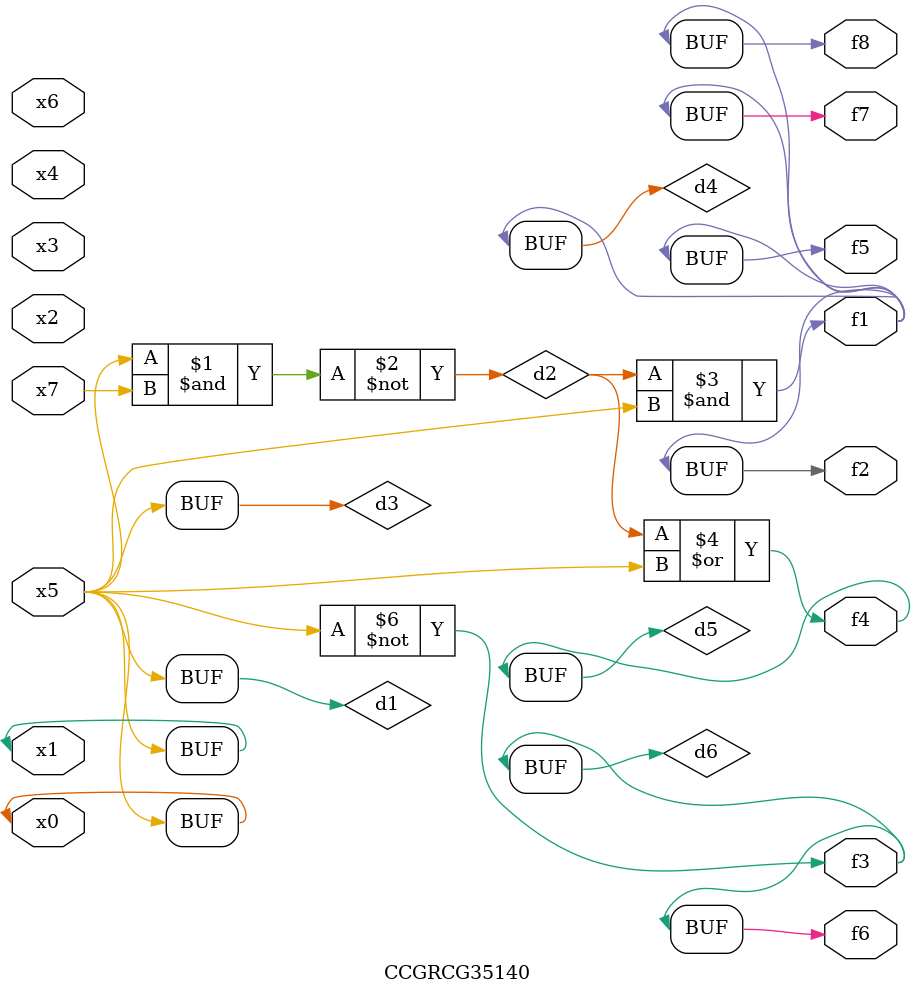
<source format=v>
module CCGRCG35140(
	input x0, x1, x2, x3, x4, x5, x6, x7,
	output f1, f2, f3, f4, f5, f6, f7, f8
);

	wire d1, d2, d3, d4, d5, d6;

	buf (d1, x0, x5);
	nand (d2, x5, x7);
	buf (d3, x0, x1);
	and (d4, d2, d3);
	or (d5, d2, d3);
	nor (d6, d1, d3);
	assign f1 = d4;
	assign f2 = d4;
	assign f3 = d6;
	assign f4 = d5;
	assign f5 = d4;
	assign f6 = d6;
	assign f7 = d4;
	assign f8 = d4;
endmodule

</source>
